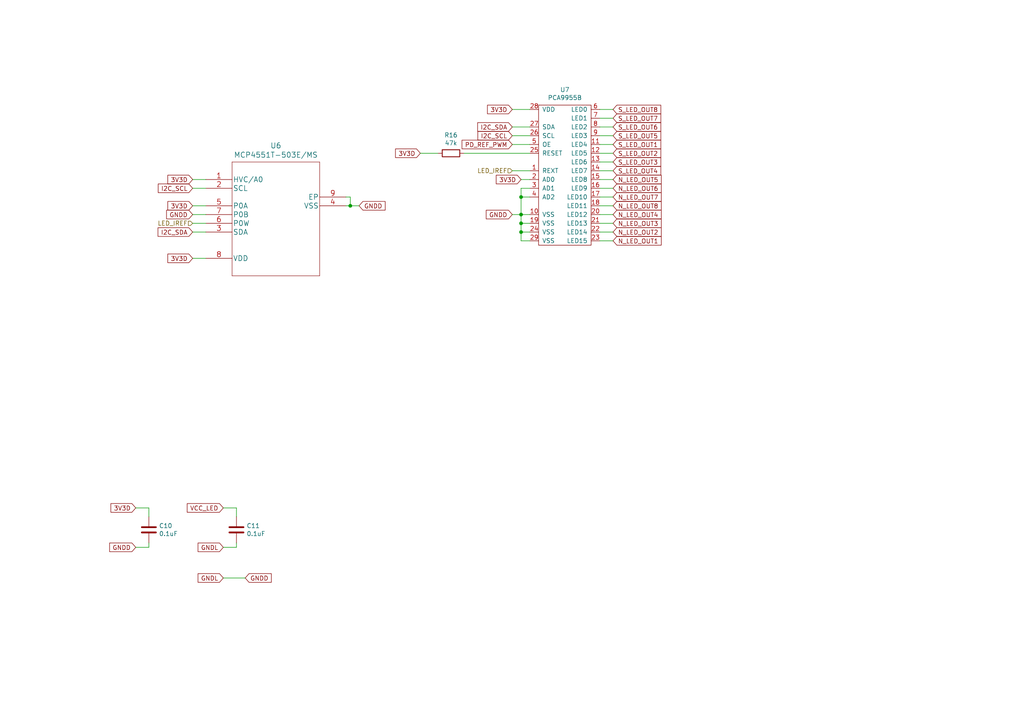
<source format=kicad_sch>
(kicad_sch (version 20211123) (generator eeschema)
  (paper "A4")
  (lib_symbols
    (symbol "Device:C" (pin_numbers hide) (pin_names (offset 0.254))
      (property "Reference" "C" (at 0.635 2.54 0))
      (property "Value" "C" (at 0.635 -2.54 0))
      (symbol "C_0_1"
        (polyline (pts (xy -2.032 -0.762) (xy 2.032 -0.762)) (stroke (width 0.508)))
        (polyline (pts (xy -2.032 0.762) (xy 2.032 0.762)) (stroke (width 0.508)))
      )
      (symbol "C_1_1"
        (pin passive line (at 0 3.81 270) (length 2.794) (name "~") (number "1"))
        (pin passive line (at 0 -3.81 90) (length 2.794) (name "~") (number "2"))
      )
    )
    (symbol "Device:R" (pin_numbers hide) (pin_names (offset 0))
      (property "Reference" "R" (at 2.032 0 90))
      (property "Value" "R" (at 0 0 90))
      (symbol "R_0_1"
        (rectangle (start -1.016 -2.54) (end 1.016 2.54) (stroke (width 0.254)))
      )
      (symbol "R_1_1"
        (pin passive line (at 0 3.81 270) (length 1.27) (name "~") (number "1"))
        (pin passive line (at 0 -3.81 90) (length 1.27) (name "~") (number "2"))
      )
    )
    (symbol "Ninja-qPCR:MCP4551T-104" (pin_names (offset 0.254))
      (property "Reference" "U" (at 20.32 10.16 0))
      (property "Value" "Ninja-qPCR_MCP4551T-104" (at 20.32 7.62 0))
      (symbol "MCP4551T-104_1_1"
        (polyline (pts (xy 7.62 -27.94) (xy 33.02 -27.94)) (stroke (width 0.127)))
        (polyline (pts (xy 7.62 5.08) (xy 7.62 -27.94)) (stroke (width 0.127)))
        (polyline (pts (xy 33.02 -27.94) (xy 33.02 5.08)) (stroke (width 0.127)))
        (polyline (pts (xy 33.02 5.08) (xy 7.62 5.08)) (stroke (width 0.127)))
        (pin input line (at 0 0 0) (length 7.62) (name "HVC/A0") (number "1"))
        (pin input line (at 0 -2.54 0) (length 7.62) (name "SCL") (number "2"))
        (pin bidirectional line (at 0 -15.24 0) (length 7.62) (name "SDA") (number "3"))
        (pin power_in line (at 40.64 -7.62 180) (length 7.62) (name "VSS") (number "4"))
        (pin unspecified line (at 0 -7.62 0) (length 7.62) (name "P0A") (number "5"))
        (pin unspecified line (at 0 -12.7 0) (length 7.62) (name "P0W") (number "6"))
        (pin unspecified line (at 0 -10.16 0) (length 7.62) (name "P0B") (number "7"))
        (pin power_in line (at 0 -22.86 0) (length 7.62) (name "VDD") (number "8"))
        (pin power_in line (at 40.64 -5.08 180) (length 7.62) (name "EP") (number "9"))
      )
    )
    (symbol "Ninja-qPCR:PCA9955B" (pin_names (offset 1.016))
      (property "Reference" "U" (at 7.62 2.54 0))
      (property "Value" "Ninja-qPCR_PCA9955B" (at 7.62 -40.64 0))
      (symbol "PCA9955B_0_1"
        (rectangle (start 0 1.27) (end 15.24 -39.37))
      )
      (symbol "PCA9955B_1_1"
        (pin input line (at -2.54 -17.78 0) (length 2.54) (name "REXT") (number "1"))
        (pin input line (at -2.54 -30.48 0) (length 2.54) (name "VSS") (number "10"))
        (pin input line (at 17.78 -10.16 180) (length 2.54) (name "LED4") (number "11"))
        (pin input line (at 17.78 -12.7 180) (length 2.54) (name "LED5") (number "12"))
        (pin input line (at 17.78 -15.24 180) (length 2.54) (name "LED6") (number "13"))
        (pin input line (at 17.78 -17.78 180) (length 2.54) (name "LED7") (number "14"))
        (pin input line (at 17.78 -20.32 180) (length 2.54) (name "LED8") (number "15"))
        (pin input line (at 17.78 -22.86 180) (length 2.54) (name "LED9") (number "16"))
        (pin input line (at 17.78 -25.4 180) (length 2.54) (name "LED10") (number "17"))
        (pin input line (at 17.78 -27.94 180) (length 2.54) (name "LED11") (number "18"))
        (pin input line (at -2.54 -33.02 0) (length 2.54) (name "VSS") (number "19"))
        (pin input line (at -2.54 -20.32 0) (length 2.54) (name "AD0") (number "2"))
        (pin input line (at 17.78 -30.48 180) (length 2.54) (name "LED12") (number "20"))
        (pin input line (at 17.78 -33.02 180) (length 2.54) (name "LED13") (number "21"))
        (pin input line (at 17.78 -35.56 180) (length 2.54) (name "LED14") (number "22"))
        (pin input line (at 17.78 -38.1 180) (length 2.54) (name "LED15") (number "23"))
        (pin input line (at -2.54 -35.56 0) (length 2.54) (name "VSS") (number "24"))
        (pin input line (at -2.54 -12.7 0) (length 2.54) (name "RESET") (number "25"))
        (pin input line (at -2.54 -7.62 0) (length 2.54) (name "SCL") (number "26"))
        (pin input line (at -2.54 -5.08 0) (length 2.54) (name "SDA") (number "27"))
        (pin input line (at -2.54 0 0) (length 2.54) (name "VDD") (number "28"))
        (pin input line (at -2.54 -38.1 0) (length 2.54) (name "VSS") (number "29"))
        (pin input line (at -2.54 -22.86 0) (length 2.54) (name "AD1") (number "3"))
        (pin input line (at -2.54 -25.4 0) (length 2.54) (name "AD2") (number "4"))
        (pin input line (at -2.54 -10.16 0) (length 2.54) (name "OE") (number "5"))
        (pin input line (at 17.78 0 180) (length 2.54) (name "LED0") (number "6"))
        (pin input line (at 17.78 -2.54 180) (length 2.54) (name "LED1") (number "7"))
        (pin input line (at 17.78 -5.08 180) (length 2.54) (name "LED2") (number "8"))
        (pin input line (at 17.78 -7.62 180) (length 2.54) (name "LED3") (number "9"))
      )
    )
  )
  (junction (at 101.6 59.69))
  (junction (at 151.13 67.31))
  (junction (at 151.13 64.77))
  (junction (at 151.13 62.23))
  (junction (at 151.13 57.15))
  (wire (pts (xy 153.67 54.61) (xy 151.13 54.61)))
  (wire (pts (xy 59.69 64.77) (xy 55.88 64.77)))
  (wire (pts (xy 177.8 31.75) (xy 173.99 31.75)))
  (wire (pts (xy 177.8 69.85) (xy 173.99 69.85)))
  (wire (pts (xy 177.8 67.31) (xy 173.99 67.31)))
  (wire (pts (xy 59.69 67.31) (xy 55.88 67.31)))
  (wire (pts (xy 177.8 64.77) (xy 173.99 64.77)))
  (wire (pts (xy 177.8 44.45) (xy 173.99 44.45)))
  (wire (pts (xy 43.18 147.32) (xy 39.37 147.32)))
  (wire (pts (xy 148.59 31.75) (xy 153.67 31.75)))
  (wire (pts (xy 134.62 44.45) (xy 153.67 44.45)))
  (wire (pts (xy 101.6 57.15) (xy 101.6 59.69)))
  (wire (pts (xy 59.69 54.61) (xy 55.88 54.61)))
  (wire (pts (xy 177.8 36.83) (xy 173.99 36.83)))
  (wire (pts (xy 148.59 36.83) (xy 153.67 36.83)))
  (wire (pts (xy 39.37 158.75) (xy 43.18 158.75)))
  (wire (pts (xy 177.8 54.61) (xy 173.99 54.61)))
  (wire (pts (xy 177.8 49.53) (xy 173.99 49.53)))
  (wire (pts (xy 151.13 67.31) (xy 151.13 69.85)))
  (wire (pts (xy 151.13 64.77) (xy 153.67 64.77)))
  (wire (pts (xy 59.69 52.07) (xy 55.88 52.07)))
  (wire (pts (xy 177.8 34.29) (xy 173.99 34.29)))
  (wire (pts (xy 177.8 39.37) (xy 173.99 39.37)))
  (wire (pts (xy 177.8 62.23) (xy 173.99 62.23)))
  (wire (pts (xy 43.18 149.86) (xy 43.18 147.32)))
  (wire (pts (xy 151.13 69.85) (xy 153.67 69.85)))
  (wire (pts (xy 64.77 167.64) (xy 71.12 167.64)))
  (wire (pts (xy 43.18 158.75) (xy 43.18 157.48)))
  (wire (pts (xy 148.59 41.91) (xy 153.67 41.91)))
  (wire (pts (xy 148.59 62.23) (xy 151.13 62.23)))
  (wire (pts (xy 151.13 57.15) (xy 151.13 62.23)))
  (wire (pts (xy 151.13 67.31) (xy 153.67 67.31)))
  (wire (pts (xy 59.69 59.69) (xy 55.88 59.69)))
  (wire (pts (xy 127 44.45) (xy 121.92 44.45)))
  (wire (pts (xy 151.13 54.61) (xy 151.13 57.15)))
  (wire (pts (xy 177.8 57.15) (xy 173.99 57.15)))
  (wire (pts (xy 151.13 52.07) (xy 153.67 52.07)))
  (wire (pts (xy 148.59 49.53) (xy 153.67 49.53)))
  (wire (pts (xy 177.8 41.91) (xy 173.99 41.91)))
  (wire (pts (xy 151.13 62.23) (xy 151.13 64.77)))
  (wire (pts (xy 64.77 147.32) (xy 68.58 147.32)))
  (wire (pts (xy 59.69 74.93) (xy 55.88 74.93)))
  (wire (pts (xy 101.6 59.69) (xy 100.33 59.69)))
  (wire (pts (xy 64.77 158.75) (xy 68.58 158.75)))
  (wire (pts (xy 68.58 158.75) (xy 68.58 157.48)))
  (wire (pts (xy 177.8 46.99) (xy 173.99 46.99)))
  (wire (pts (xy 151.13 62.23) (xy 153.67 62.23)))
  (wire (pts (xy 104.14 59.69) (xy 101.6 59.69)))
  (wire (pts (xy 177.8 59.69) (xy 173.99 59.69)))
  (wire (pts (xy 59.69 62.23) (xy 55.88 62.23)))
  (wire (pts (xy 100.33 57.15) (xy 101.6 57.15)))
  (wire (pts (xy 177.8 52.07) (xy 173.99 52.07)))
  (wire (pts (xy 153.67 57.15) (xy 151.13 57.15)))
  (wire (pts (xy 151.13 64.77) (xy 151.13 67.31)))
  (wire (pts (xy 68.58 147.32) (xy 68.58 149.86)))
  (wire (pts (xy 148.59 39.37) (xy 153.67 39.37)))
  (global_label "S_LED_OUT4" (shape input) (at 177.8 49.53 0) (property "Intersheet References" "${INTERSHEET_REFS}" (effects hide)))
  (global_label "N_LED_OUT3" (shape input) (at 177.8 64.77 0) (property "Intersheet References" "${INTERSHEET_REFS}" (effects hide)))
  (global_label "GNDL" (shape input) (at 64.77 158.75 180) (property "Intersheet References" "${INTERSHEET_REFS}" (effects hide)))
  (global_label "GNDD" (shape input) (at 39.37 158.75 180) (property "Intersheet References" "${INTERSHEET_REFS}" (effects hide)))
  (global_label "N_LED_OUT7" (shape input) (at 177.8 57.15 0) (property "Intersheet References" "${INTERSHEET_REFS}" (effects hide)))
  (global_label "3V3D" (shape input) (at 55.88 74.93 180) (property "Intersheet References" "${INTERSHEET_REFS}" (effects hide)))
  (global_label "S_LED_OUT8" (shape input) (at 177.8 31.75 0) (property "Intersheet References" "${INTERSHEET_REFS}" (effects hide)))
  (global_label "GNDL" (shape input) (at 64.77 167.64 180) (property "Intersheet References" "${INTERSHEET_REFS}" (effects hide)))
  (global_label "N_LED_OUT4" (shape input) (at 177.8 62.23 0) (property "Intersheet References" "${INTERSHEET_REFS}" (effects hide)))
  (global_label "GNDD" (shape input) (at 104.14 59.69 0) (property "Intersheet References" "${INTERSHEET_REFS}" (effects hide)))
  (global_label "3V3D" (shape input) (at 55.88 59.69 180) (property "Intersheet References" "${INTERSHEET_REFS}" (effects hide)))
  (global_label "3V3D" (shape input) (at 148.59 31.75 180) (property "Intersheet References" "${INTERSHEET_REFS}" (effects hide)))
  (global_label "VCC_LED" (shape input) (at 64.77 147.32 180) (property "Intersheet References" "${INTERSHEET_REFS}" (effects hide)))
  (global_label "S_LED_OUT1" (shape input) (at 177.8 41.91 0) (property "Intersheet References" "${INTERSHEET_REFS}" (effects hide)))
  (global_label "S_LED_OUT2" (shape input) (at 177.8 44.45 0) (property "Intersheet References" "${INTERSHEET_REFS}" (effects hide)))
  (global_label "PD_REF_PWM" (shape input) (at 148.59 41.91 180) (property "Intersheet References" "${INTERSHEET_REFS}" (effects hide)))
  (global_label "3V3D" (shape input) (at 151.13 52.07 180) (property "Intersheet References" "${INTERSHEET_REFS}" (effects hide)))
  (global_label "N_LED_OUT8" (shape input) (at 177.8 59.69 0) (property "Intersheet References" "${INTERSHEET_REFS}" (effects hide)))
  (global_label "S_LED_OUT6" (shape input) (at 177.8 36.83 0) (property "Intersheet References" "${INTERSHEET_REFS}" (effects hide)))
  (global_label "N_LED_OUT6" (shape input) (at 177.8 54.61 0) (property "Intersheet References" "${INTERSHEET_REFS}" (effects hide)))
  (global_label "N_LED_OUT1" (shape input) (at 177.8 69.85 0) (property "Intersheet References" "${INTERSHEET_REFS}" (effects hide)))
  (global_label "GNDD" (shape input) (at 71.12 167.64 0) (property "Intersheet References" "${INTERSHEET_REFS}" (effects hide)))
  (global_label "S_LED_OUT3" (shape input) (at 177.8 46.99 0) (property "Intersheet References" "${INTERSHEET_REFS}" (effects hide)))
  (global_label "3V3D" (shape input) (at 55.88 52.07 180) (property "Intersheet References" "${INTERSHEET_REFS}" (effects hide)))
  (global_label "3V3D" (shape input) (at 39.37 147.32 180) (property "Intersheet References" "${INTERSHEET_REFS}" (effects hide)))
  (global_label "I2C_SDA" (shape input) (at 148.59 36.83 180) (property "Intersheet References" "${INTERSHEET_REFS}" (effects hide)))
  (global_label "N_LED_OUT5" (shape input) (at 177.8 52.07 0) (property "Intersheet References" "${INTERSHEET_REFS}" (effects hide)))
  (global_label "GNDD" (shape input) (at 148.59 62.23 180) (property "Intersheet References" "${INTERSHEET_REFS}" (effects hide)))
  (global_label "3V3D" (shape input) (at 121.92 44.45 180) (property "Intersheet References" "${INTERSHEET_REFS}" (effects hide)))
  (global_label "I2C_SCL" (shape input) (at 148.59 39.37 180) (property "Intersheet References" "${INTERSHEET_REFS}" (effects hide)))
  (global_label "S_LED_OUT7" (shape input) (at 177.8 34.29 0) (property "Intersheet References" "${INTERSHEET_REFS}" (effects hide)))
  (global_label "I2C_SCL" (shape input) (at 55.88 54.61 180) (property "Intersheet References" "${INTERSHEET_REFS}" (effects hide)))
  (global_label "S_LED_OUT5" (shape input) (at 177.8 39.37 0) (property "Intersheet References" "${INTERSHEET_REFS}" (effects hide)))
  (global_label "N_LED_OUT2" (shape input) (at 177.8 67.31 0) (property "Intersheet References" "${INTERSHEET_REFS}" (effects hide)))
  (global_label "GNDD" (shape input) (at 55.88 62.23 180) (property "Intersheet References" "${INTERSHEET_REFS}" (effects hide)))
  (global_label "I2C_SDA" (shape input) (at 55.88 67.31 180) (property "Intersheet References" "${INTERSHEET_REFS}" (effects hide)))
  (hierarchical_label "LED_IREF" (shape input) (at 148.59 49.53 180))
  (hierarchical_label "LED_IREF" (shape input) (at 55.88 64.77 180))
  (symbol (lib_id "Ninja-qPCR:MCP4551T-104") (at 59.69 52.07 0) (unit 1)
    (property "Reference" "U6" (at 80.01 42.2402 0) (effects (font (size 1.524 1.524))))
    (property "Value" "MCP4551T-503E/MS" (at 80.01 44.9326 0) (effects (font (size 1.524 1.524))))
    (property "Footprint" "Ninja-qPCR:MCP4551T-104E&slash_MF" (effects hide))
  )
  (symbol (lib_id "Device:C") (at 43.18 153.67 0) (unit 1)
    (property "Reference" "C10" (at 46.101 152.5016 0) (effects (justify left)))
    (property "Value" "0.1uF" (at 46.101 154.813 0) (effects (justify left)))
    (property "Footprint" "Capacitors_SMD:C_0603" (effects hide))
  )
  (symbol (lib_id "Device:C") (at 68.58 153.67 0) (unit 1)
    (property "Reference" "C11" (at 71.501 152.5016 0) (effects (justify left)))
    (property "Value" "0.1uF" (at 71.501 154.813 0) (effects (justify left)))
    (property "Footprint" "Capacitors_SMD:C_0603" (effects hide))
  )
  (symbol (lib_id "Ninja-qPCR:PCA9955B") (at 156.21 31.75 0) (unit 1)
    (property "Reference" "U7" (at 163.83 26.035 0))
    (property "Value" "PCA9955B" (at 163.83 28.3464 0))
    (property "Footprint" "Ninja-qPCR:PCA9955B" (effects hide))
  )
  (symbol (lib_id "Device:R") (at 130.81 44.45 270) (unit 1)
    (property "Reference" "R16" (at 130.81 39.1922 90))
    (property "Value" "47k" (at 130.81 41.5036 90))
    (property "Footprint" "Resistors_SMD:R_0603" (effects hide))
  )
)
</source>
